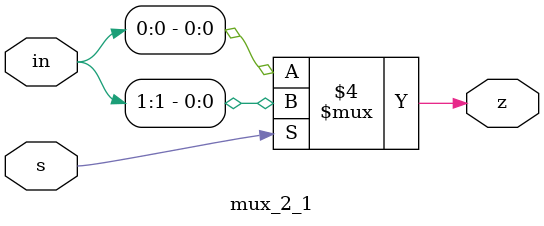
<source format=v>
`timescale 1ns / 1ps


/*module mux_2_1(z,in,s);
    input [3:0] in;
    input s;
    output z;
assign z= s ? in[1] : in[0];
endmodule */

/*module mux_2_1(z,in,s);
    input [1:0] in;
    input s;
    output reg z;
  always @(*) begin
    case (s)
    1'b0: z = in[0];
    1'b1: z = in[1];
    default: z = 0;
  endcase
 end
endmodule*/

module mux_2_1(z,in,s);
    input [1:0] in;
    input s;
    output reg z;
  always @(*) begin
    if (s==1'b0)
        z=in[0];
    else 
        z=in[1];
        end
    endmodule

</source>
